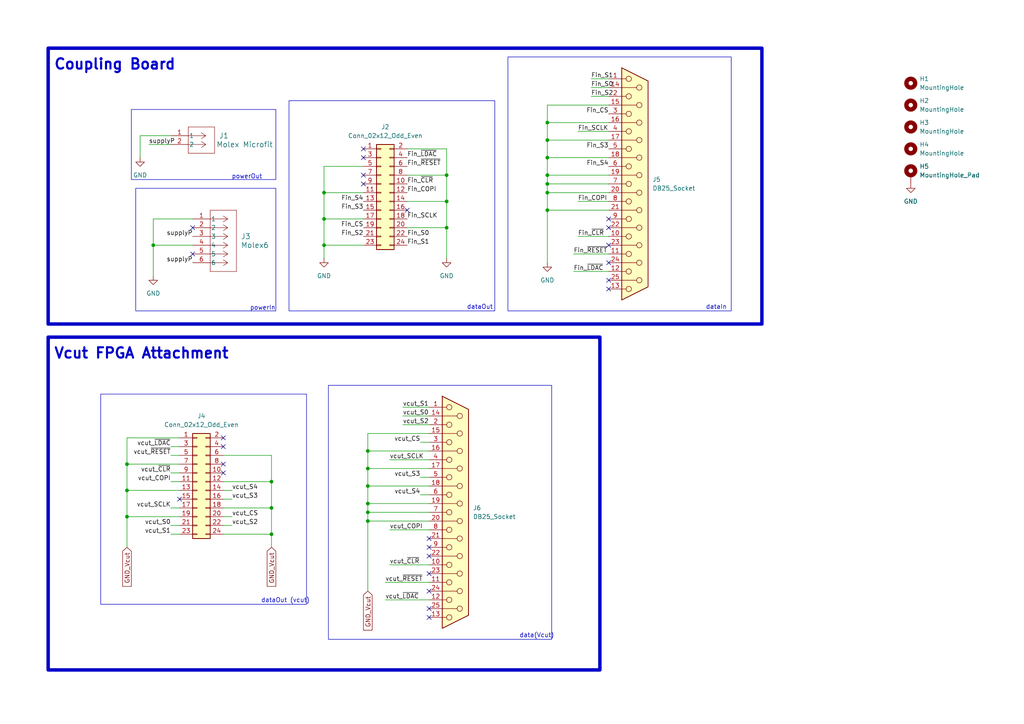
<source format=kicad_sch>
(kicad_sch (version 20250114) (generator "eeschema") (generator_version "9.0")
  (paper "A4")
  (lib_symbols
    (symbol "Connector:DB25_Socket" (pin_names (offset 1.016) (hide yes))
      (property "Reference" "J" (at 0 34.29 0))
      (property "Value" "DB25_Socket" (at 0 -34.925 0))
      (symbol "DB25_Socket_0_1"
        (polyline (pts (xy -3.81 33.655) (xy 3.81 29.845) (xy 3.81 -29.845) (xy -3.81 -33.655) (xy -3.81 33.655)) (stroke (width 0.254)) (fill (type background)))
        (polyline (pts (xy -3.81 30.48) (xy -2.54 30.48)))
        (polyline (pts (xy -3.81 27.94) (xy 0.508 27.94)))
        (polyline (pts (xy -3.81 25.4) (xy -2.54 25.4)))
        (polyline (pts (xy -3.81 22.86) (xy 0.508 22.86)))
        (polyline (pts (xy -3.81 20.32) (xy -2.54 20.32)))
        (polyline (pts (xy -3.81 17.78) (xy 0.508 17.78)))
        (polyline (pts (xy -3.81 15.24) (xy -2.54 15.24)))
        (polyline (pts (xy -3.81 12.7) (xy 0.508 12.7)))
        (polyline (pts (xy -3.81 10.16) (xy -2.54 10.16)))
        (polyline (pts (xy -3.81 7.62) (xy 0.508 7.62)))
        (polyline (pts (xy -3.81 5.08) (xy -2.54 5.08)))
        (polyline (pts (xy -3.81 2.54) (xy 0.508 2.54)))
        (polyline (pts (xy -3.81 0) (xy -2.54 0)))
        (polyline (pts (xy -3.81 -2.54) (xy 0.508 -2.54)))
        (polyline (pts (xy -3.81 -5.08) (xy -2.54 -5.08)))
        (polyline (pts (xy -3.81 -7.62) (xy 0.508 -7.62)))
        (polyline (pts (xy -3.81 -10.16) (xy -2.54 -10.16)))
        (polyline (pts (xy -3.81 -12.7) (xy 0.508 -12.7)))
        (polyline (pts (xy -3.81 -15.24) (xy -2.54 -15.24)))
        (polyline (pts (xy -3.81 -17.78) (xy 0.508 -17.78)))
        (polyline (pts (xy -3.81 -20.32) (xy -2.54 -20.32)))
        (polyline (pts (xy -3.81 -22.86) (xy 0.508 -22.86)))
        (polyline (pts (xy -3.81 -25.4) (xy -2.54 -25.4)))
        (polyline (pts (xy -3.81 -27.94) (xy 0.508 -27.94)))
        (polyline (pts (xy -3.81 -30.48) (xy -2.54 -30.48)))
        (circle (center -1.778 30.48) (radius 0.762))
        (circle (center -1.778 25.4) (radius 0.762))
        (circle (center -1.778 20.32) (radius 0.762))
        (circle (center -1.778 15.24) (radius 0.762))
        (circle (center -1.778 10.16) (radius 0.762))
        (circle (center -1.778 5.08) (radius 0.762))
        (circle (center -1.778 0) (radius 0.762))
        (circle (center -1.778 -5.08) (radius 0.762))
        (circle (center -1.778 -10.16) (radius 0.762))
        (circle (center -1.778 -15.24) (radius 0.762))
        (circle (center -1.778 -20.32) (radius 0.762))
        (circle (center -1.778 -25.4) (radius 0.762))
        (circle (center -1.778 -30.48) (radius 0.762))
        (circle (center 1.27 27.94) (radius 0.762))
        (circle (center 1.27 22.86) (radius 0.762))
        (circle (center 1.27 17.78) (radius 0.762))
        (circle (center 1.27 12.7) (radius 0.762))
        (circle (center 1.27 7.62) (radius 0.762))
        (circle (center 1.27 2.54) (radius 0.762))
        (circle (center 1.27 -2.54) (radius 0.762))
        (circle (center 1.27 -7.62) (radius 0.762))
        (circle (center 1.27 -12.7) (radius 0.762))
        (circle (center 1.27 -17.78) (radius 0.762))
        (circle (center 1.27 -22.86) (radius 0.762))
        (circle (center 1.27 -27.94) (radius 0.762))
      )
      (symbol "DB25_Socket_1_1"
        (pin passive line (at -7.62 30.48 0) (length 3.81) (name "1") (number "1"))
        (pin passive line (at -7.62 27.94 0) (length 3.81) (name "P14") (number "14"))
        (pin passive line (at -7.62 25.4 0) (length 3.81) (name "2") (number "2"))
        (pin passive line (at -7.62 22.86 0) (length 3.81) (name "P15") (number "15"))
        (pin passive line (at -7.62 20.32 0) (length 3.81) (name "3") (number "3"))
        (pin passive line (at -7.62 17.78 0) (length 3.81) (name "P16") (number "16"))
        (pin passive line (at -7.62 15.24 0) (length 3.81) (name "4") (number "4"))
        (pin passive line (at -7.62 12.7 0) (length 3.81) (name "P17") (number "17"))
        (pin passive line (at -7.62 10.16 0) (length 3.81) (name "5") (number "5"))
        (pin passive line (at -7.62 7.62 0) (length 3.81) (name "P18") (number "18"))
        (pin passive line (at -7.62 5.08 0) (length 3.81) (name "6") (number "6"))
        (pin passive line (at -7.62 2.54 0) (length 3.81) (name "P19") (number "19"))
        (pin passive line (at -7.62 0 0) (length 3.81) (name "7") (number "7"))
        (pin passive line (at -7.62 -2.54 0) (length 3.81) (name "P20") (number "20"))
        (pin passive line (at -7.62 -5.08 0) (length 3.81) (name "8") (number "8"))
        (pin passive line (at -7.62 -7.62 0) (length 3.81) (name "P21") (number "21"))
        (pin passive line (at -7.62 -10.16 0) (length 3.81) (name "9") (number "9"))
        (pin passive line (at -7.62 -12.7 0) (length 3.81) (name "P22") (number "22"))
        (pin passive line (at -7.62 -15.24 0) (length 3.81) (name "10") (number "10"))
        (pin passive line (at -7.62 -17.78 0) (length 3.81) (name "P23") (number "23"))
        (pin passive line (at -7.62 -20.32 0) (length 3.81) (name "11") (number "11"))
        (pin passive line (at -7.62 -22.86 0) (length 3.81) (name "P24") (number "24"))
        (pin passive line (at -7.62 -25.4 0) (length 3.81) (name "12") (number "12"))
        (pin passive line (at -7.62 -27.94 0) (length 3.81) (name "P25") (number "25"))
        (pin passive line (at -7.62 -30.48 0) (length 3.81) (name "13") (number "13"))
      )
    )
    (symbol "Connector_Generic:Conn_02x12_Odd_Even" (pin_names (offset 1.016) (hide yes))
      (property "Reference" "J" (at 1.27 15.24 0))
      (property "Value" "Conn_02x12_Odd_Even" (at 1.27 -17.78 0))
      (symbol "Conn_02x12_Odd_Even_1_1"
        (rectangle (start -1.27 13.97) (end 3.81 -16.51) (stroke (width 0.254)) (fill (type background)))
        (rectangle (start -1.27 12.827) (end 0 12.573) (stroke (width 0.1524)))
        (rectangle (start -1.27 10.287) (end 0 10.033) (stroke (width 0.1524)))
        (rectangle (start -1.27 7.747) (end 0 7.493) (stroke (width 0.1524)))
        (rectangle (start -1.27 5.207) (end 0 4.953) (stroke (width 0.1524)))
        (rectangle (start -1.27 2.667) (end 0 2.413) (stroke (width 0.1524)))
        (rectangle (start -1.27 0.127) (end 0 -0.127) (stroke (width 0.1524)))
        (rectangle (start -1.27 -2.413) (end 0 -2.667) (stroke (width 0.1524)))
        (rectangle (start -1.27 -4.953) (end 0 -5.207) (stroke (width 0.1524)))
        (rectangle (start -1.27 -7.493) (end 0 -7.747) (stroke (width 0.1524)))
        (rectangle (start -1.27 -10.033) (end 0 -10.287) (stroke (width 0.1524)))
        (rectangle (start -1.27 -12.573) (end 0 -12.827) (stroke (width 0.1524)))
        (rectangle (start -1.27 -15.113) (end 0 -15.367) (stroke (width 0.1524)))
        (rectangle (start 3.81 12.827) (end 2.54 12.573) (stroke (width 0.1524)))
        (rectangle (start 3.81 10.287) (end 2.54 10.033) (stroke (width 0.1524)))
        (rectangle (start 3.81 7.747) (end 2.54 7.493) (stroke (width 0.1524)))
        (rectangle (start 3.81 5.207) (end 2.54 4.953) (stroke (width 0.1524)))
        (rectangle (start 3.81 2.667) (end 2.54 2.413) (stroke (width 0.1524)))
        (rectangle (start 3.81 0.127) (end 2.54 -0.127) (stroke (width 0.1524)))
        (rectangle (start 3.81 -2.413) (end 2.54 -2.667) (stroke (width 0.1524)))
        (rectangle (start 3.81 -4.953) (end 2.54 -5.207) (stroke (width 0.1524)))
        (rectangle (start 3.81 -7.493) (end 2.54 -7.747) (stroke (width 0.1524)))
        (rectangle (start 3.81 -10.033) (end 2.54 -10.287) (stroke (width 0.1524)))
        (rectangle (start 3.81 -12.573) (end 2.54 -12.827) (stroke (width 0.1524)))
        (rectangle (start 3.81 -15.113) (end 2.54 -15.367) (stroke (width 0.1524)))
        (pin passive line (at -5.08 12.7 0) (length 3.81) (name "Pin_1") (number "1"))
        (pin passive line (at -5.08 10.16 0) (length 3.81) (name "Pin_3") (number "3"))
        (pin passive line (at -5.08 7.62 0) (length 3.81) (name "Pin_5") (number "5"))
        (pin passive line (at -5.08 5.08 0) (length 3.81) (name "Pin_7") (number "7"))
        (pin passive line (at -5.08 2.54 0) (length 3.81) (name "Pin_9") (number "9"))
        (pin passive line (at -5.08 0 0) (length 3.81) (name "Pin_11") (number "11"))
        (pin passive line (at -5.08 -2.54 0) (length 3.81) (name "Pin_13") (number "13"))
        (pin passive line (at -5.08 -5.08 0) (length 3.81) (name "Pin_15") (number "15"))
        (pin passive line (at -5.08 -7.62 0) (length 3.81) (name "Pin_17") (number "17"))
        (pin passive line (at -5.08 -10.16 0) (length 3.81) (name "Pin_19") (number "19"))
        (pin passive line (at -5.08 -12.7 0) (length 3.81) (name "Pin_21") (number "21"))
        (pin passive line (at -5.08 -15.24 0) (length 3.81) (name "Pin_23") (number "23"))
        (pin passive line (at 7.62 12.7 180) (length 3.81) (name "Pin_2") (number "2"))
        (pin passive line (at 7.62 10.16 180) (length 3.81) (name "Pin_4") (number "4"))
        (pin passive line (at 7.62 7.62 180) (length 3.81) (name "Pin_6") (number "6"))
        (pin passive line (at 7.62 5.08 180) (length 3.81) (name "Pin_8") (number "8"))
        (pin passive line (at 7.62 2.54 180) (length 3.81) (name "Pin_10") (number "10"))
        (pin passive line (at 7.62 0 180) (length 3.81) (name "Pin_12") (number "12"))
        (pin passive line (at 7.62 -2.54 180) (length 3.81) (name "Pin_14") (number "14"))
        (pin passive line (at 7.62 -5.08 180) (length 3.81) (name "Pin_16") (number "16"))
        (pin passive line (at 7.62 -7.62 180) (length 3.81) (name "Pin_18") (number "18"))
        (pin passive line (at 7.62 -10.16 180) (length 3.81) (name "Pin_20") (number "20"))
        (pin passive line (at 7.62 -12.7 180) (length 3.81) (name "Pin_22") (number "22"))
        (pin passive line (at 7.62 -15.24 180) (length 3.81) (name "Pin_24") (number "24"))
      )
    )
    (symbol "Mechanical:MountingHole" (pin_names (offset 1.016)) (exclude_from_sim yes) (in_bom no)
      (property "Reference" "H" (at 0 5.08 0))
      (property "Value" "MountingHole" (at 0 3.175 0))
      (symbol "MountingHole_0_1"
        (circle (center 0 0) (radius 1.27) (stroke (width 1.27)))
      )
    )
    (symbol "Mechanical:MountingHole_Pad" (pin_numbers (hide yes)) (pin_names (offset 1.016) (hide yes)) (exclude_from_sim yes) (in_bom no)
      (property "Reference" "H" (at 0 6.35 0))
      (property "Value" "MountingHole_Pad" (at 0 4.445 0))
      (symbol "MountingHole_Pad_0_1"
        (circle (center 0 1.27) (radius 1.27) (stroke (width 1.27)))
      )
      (symbol "MountingHole_Pad_1_1"
        (pin input line (at 0 -2.54 90) (length 2.54) (name "1") (number "1"))
      )
    )
    (symbol "power:GND" (power) (pin_numbers (hide yes)) (pin_names (offset 0) (hide yes))
      (property "Value" "GND" (at 0 -3.81 0))
      (symbol "GND_0_1"
        (polyline (pts (xy 0 0) (xy 0 -1.27) (xy 1.27 -1.27) (xy 0 -2.54) (xy -1.27 -1.27) (xy 0 -1.27)))
      )
      (symbol "GND_1_1"
        (pin power_in line (at 0 0 270) (length 0) (name "~") (number "1"))
      )
    )
    (symbol "ul_39288060:39288060" (pin_names (offset 0.254))
      (property "Reference" "J" (at 8.89 6.35 0))
      (property "Value" "39288060" (at 0 0 0))
      (symbol "39288060_1_1"
        (polyline (pts (xy 5.08 2.54) (xy 5.08 -15.24)) (stroke (width 0.127)))
        (polyline (pts (xy 5.08 -15.24) (xy 12.7 -15.24)) (stroke (width 0.127)))
        (polyline (pts (xy 10.16 0) (xy 5.08 0)) (stroke (width 0.127)))
        (polyline (pts (xy 10.16 0) (xy 8.89 0.8467)) (stroke (width 0.127)))
        (polyline (pts (xy 10.16 0) (xy 8.89 -0.8467)) (stroke (width 0.127)))
        (polyline (pts (xy 10.16 -2.54) (xy 5.08 -2.54)) (stroke (width 0.127)))
        (polyline (pts (xy 10.16 -2.54) (xy 8.89 -1.6933)) (stroke (width 0.127)))
        (polyline (pts (xy 10.16 -2.54) (xy 8.89 -3.3867)) (stroke (width 0.127)))
        (polyline (pts (xy 10.16 -5.08) (xy 5.08 -5.08)) (stroke (width 0.127)))
        (polyline (pts (xy 10.16 -5.08) (xy 8.89 -4.2333)) (stroke (width 0.127)))
        (polyline (pts (xy 10.16 -5.08) (xy 8.89 -5.9267)) (stroke (width 0.127)))
        (polyline (pts (xy 10.16 -7.62) (xy 5.08 -7.62)) (stroke (width 0.127)))
        (polyline (pts (xy 10.16 -7.62) (xy 8.89 -6.7733)) (stroke (width 0.127)))
        (polyline (pts (xy 10.16 -7.62) (xy 8.89 -8.4667)) (stroke (width 0.127)))
        (polyline (pts (xy 10.16 -10.16) (xy 5.08 -10.16)) (stroke (width 0.127)))
        (polyline (pts (xy 10.16 -10.16) (xy 8.89 -9.3133)) (stroke (width 0.127)))
        (polyline (pts (xy 10.16 -10.16) (xy 8.89 -11.0067)) (stroke (width 0.127)))
        (polyline (pts (xy 10.16 -12.7) (xy 5.08 -12.7)) (stroke (width 0.127)))
        (polyline (pts (xy 10.16 -12.7) (xy 8.89 -11.8533)) (stroke (width 0.127)))
        (polyline (pts (xy 10.16 -12.7) (xy 8.89 -13.5467)) (stroke (width 0.127)))
        (polyline (pts (xy 12.7 2.54) (xy 5.08 2.54)) (stroke (width 0.127)))
        (polyline (pts (xy 12.7 -15.24) (xy 12.7 2.54)) (stroke (width 0.127)))
        (pin unspecified line (at 0 0 0) (length 5.08) (name "1") (number "1"))
        (pin unspecified line (at 0 -2.54 0) (length 5.08) (name "2") (number "2"))
        (pin unspecified line (at 0 -5.08 0) (length 5.08) (name "3") (number "3"))
        (pin unspecified line (at 0 -7.62 0) (length 5.08) (name "4") (number "4"))
        (pin unspecified line (at 0 -10.16 0) (length 5.08) (name "5") (number "5"))
        (pin unspecified line (at 0 -12.7 0) (length 5.08) (name "6") (number "6"))
      )
      (symbol "39288060_1_2"
        (polyline (pts (xy 5.08 2.54) (xy 5.08 -15.24)) (stroke (width 0.127)))
        (polyline (pts (xy 5.08 -15.24) (xy 12.7 -15.24)) (stroke (width 0.127)))
        (polyline (pts (xy 7.62 0) (xy 5.08 0)) (stroke (width 0.127)))
        (polyline (pts (xy 7.62 0) (xy 8.89 0.8467)) (stroke (width 0.127)))
        (polyline (pts (xy 7.62 0) (xy 8.89 -0.8467)) (stroke (width 0.127)))
        (polyline (pts (xy 7.62 -2.54) (xy 5.08 -2.54)) (stroke (width 0.127)))
        (polyline (pts (xy 7.62 -2.54) (xy 8.89 -1.6933)) (stroke (width 0.127)))
        (polyline (pts (xy 7.62 -2.54) (xy 8.89 -3.3867)) (stroke (width 0.127)))
        (polyline (pts (xy 7.62 -5.08) (xy 5.08 -5.08)) (stroke (width 0.127)))
        (polyline (pts (xy 7.62 -5.08) (xy 8.89 -4.2333)) (stroke (width 0.127)))
        (polyline (pts (xy 7.62 -5.08) (xy 8.89 -5.9267)) (stroke (width 0.127)))
        (polyline (pts (xy 7.62 -7.62) (xy 5.08 -7.62)) (stroke (width 0.127)))
        (polyline (pts (xy 7.62 -7.62) (xy 8.89 -6.7733)) (stroke (width 0.127)))
        (polyline (pts (xy 7.62 -7.62) (xy 8.89 -8.4667)) (stroke (width 0.127)))
        (polyline (pts (xy 7.62 -10.16) (xy 5.08 -10.16)) (stroke (width 0.127)))
        (polyline (pts (xy 7.62 -10.16) (xy 8.89 -9.3133)) (stroke (width 0.127)))
        (polyline (pts (xy 7.62 -10.16) (xy 8.89 -11.0067)) (stroke (width 0.127)))
        (polyline (pts (xy 7.62 -12.7) (xy 5.08 -12.7)) (stroke (width 0.127)))
        (polyline (pts (xy 7.62 -12.7) (xy 8.89 -11.8533)) (stroke (width 0.127)))
        (polyline (pts (xy 7.62 -12.7) (xy 8.89 -13.5467)) (stroke (width 0.127)))
        (polyline (pts (xy 12.7 2.54) (xy 5.08 2.54)) (stroke (width 0.127)))
        (polyline (pts (xy 12.7 -15.24) (xy 12.7 2.54)) (stroke (width 0.127)))
        (pin unspecified line (at 0 0 0) (length 5.08) (name "1") (number "1"))
        (pin unspecified line (at 0 -2.54 0) (length 5.08) (name "2") (number "2"))
        (pin unspecified line (at 0 -5.08 0) (length 5.08) (name "3") (number "3"))
        (pin unspecified line (at 0 -7.62 0) (length 5.08) (name "4") (number "4"))
        (pin unspecified line (at 0 -10.16 0) (length 5.08) (name "5") (number "5"))
        (pin unspecified line (at 0 -12.7 0) (length 5.08) (name "6") (number "6"))
      )
    )
    (symbol "ul_436500215:436500215" (pin_names (offset 0.254))
      (property "Reference" "J1" (at 13.97 0 0))
      (property "Value" "Molex Microfit" (at 13.208 -2.54 0))
      (symbol "436500215_1_1"
        (polyline (pts (xy 5.08 2.54) (xy 5.08 -5.08)) (stroke (width 0.127)))
        (polyline (pts (xy 5.08 -5.08) (xy 12.7 -5.08)) (stroke (width 0.127)))
        (polyline (pts (xy 10.16 0) (xy 5.08 0)) (stroke (width 0.127)))
        (polyline (pts (xy 10.16 0) (xy 8.89 0.8467)) (stroke (width 0.127)))
        (polyline (pts (xy 10.16 0) (xy 8.89 -0.8467)) (stroke (width 0.127)))
        (polyline (pts (xy 10.16 -2.54) (xy 5.08 -2.54)) (stroke (width 0.127)))
        (polyline (pts (xy 10.16 -2.54) (xy 8.89 -1.6933)) (stroke (width 0.127)))
        (polyline (pts (xy 10.16 -2.54) (xy 8.89 -3.3867)) (stroke (width 0.127)))
        (polyline (pts (xy 12.7 2.54) (xy 5.08 2.54)) (stroke (width 0.127)))
        (polyline (pts (xy 12.7 -5.08) (xy 12.7 2.54)) (stroke (width 0.127)))
        (pin unspecified line (at 0 0 0) (length 5.08) (name "1") (number "1"))
        (pin unspecified line (at 0 -2.54 0) (length 5.08) (name "2") (number "2"))
      )
      (symbol "436500215_1_2"
        (polyline (pts (xy 5.08 2.54) (xy 5.08 -5.08)) (stroke (width 0.127)))
        (polyline (pts (xy 5.08 -5.08) (xy 12.7 -5.08)) (stroke (width 0.127)))
        (polyline (pts (xy 7.62 0) (xy 5.08 0)) (stroke (width 0.127)))
        (polyline (pts (xy 7.62 0) (xy 8.89 0.8467)) (stroke (width 0.127)))
        (polyline (pts (xy 7.62 0) (xy 8.89 -0.8467)) (stroke (width 0.127)))
        (polyline (pts (xy 7.62 -2.54) (xy 5.08 -2.54)) (stroke (width 0.127)))
        (polyline (pts (xy 7.62 -2.54) (xy 8.89 -1.6933)) (stroke (width 0.127)))
        (polyline (pts (xy 7.62 -2.54) (xy 8.89 -3.3867)) (stroke (width 0.127)))
        (polyline (pts (xy 12.7 2.54) (xy 5.08 2.54)) (stroke (width 0.127)))
        (polyline (pts (xy 12.7 -5.08) (xy 12.7 2.54)) (stroke (width 0.127)))
        (pin unspecified line (at 0 0 0) (length 5.08) (name "1") (number "1"))
        (pin unspecified line (at 0 -2.54 0) (length 5.08) (name "2") (number "2"))
      )
    )
  )
  (rectangle (start 38.1 31.75) (end 80.01 52.07))
  (rectangle (start 95.25 111.76) (end 160.02 185.42))
  (rectangle (start 13.97 13.97) (end 220.98 93.98) (stroke (width 1)))
  (rectangle (start 138.43 88.9) (end 138.43 88.9))
  (rectangle (start 147.32 16.51) (end 212.09 90.17))
  (rectangle (start 39.37 54.61) (end 80.01 90.17))
  (rectangle (start 29.21 114.3) (end 88.9 175.26))
  (rectangle (start 13.97 97.79) (end 173.99 194.31) (stroke (width 1)))
  (rectangle (start 83.82 29.21) (end 143.51 90.17))
  (text "dataOut (vcut)" (at 82.804 174.244 0) (effects (font (size 1.27 1.27))))
  (text "Vcut FPGA Attachment" (at 15.494 102.616 0) (effects (font (size 3 3) (thickness 0.6) (bold yes)) (justify left)))
  (text "dataIn" (at 207.772 89.154 0) (effects (font (size 1.27 1.27))))
  (text "dataOut" (at 139.192 89.154 0) (effects (font (size 1.27 1.27))))
  (text "powerIn\n" (at 76.2 89.408 0) (effects (font (size 1.27 1.27))))
  (text "powerOut\n" (at 71.628 51.308 0) (effects (font (size 1.27 1.27))))
  (text "Coupling Board" (at 15.494 18.796 0) (effects (font (size 3 3) (thickness 0.6) (bold yes)) (justify left)))
  (text "data(Vcut)\n" (at 155.702 184.404 0) (effects (font (size 1.27 1.27))))
  (junction (at 36.83 149.86))
  (junction (at 158.75 55.88))
  (junction (at 106.68 148.59))
  (junction (at 106.68 146.05))
  (junction (at 93.98 55.88))
  (junction (at 158.75 40.64))
  (junction (at 158.75 53.34))
  (junction (at 158.75 60.96))
  (junction (at 36.83 134.62))
  (junction (at 93.98 71.12))
  (junction (at 129.54 58.42))
  (junction (at 78.74 139.7))
  (junction (at 78.74 147.32))
  (junction (at 158.75 45.72))
  (junction (at 106.68 140.97))
  (junction (at 36.83 142.24))
  (junction (at 93.98 63.5))
  (junction (at 106.68 151.13))
  (junction (at 158.75 50.8))
  (junction (at 129.54 66.04))
  (junction (at 129.54 50.8))
  (junction (at 106.68 135.89))
  (junction (at 44.45 71.12))
  (junction (at 78.74 154.94))
  (junction (at 106.68 130.81))
  (junction (at 158.75 35.56))
  (no_connect (at 176.53 63.5))
  (no_connect (at 176.53 81.28))
  (no_connect (at 52.07 144.78))
  (no_connect (at 124.46 158.75))
  (no_connect (at 64.77 129.54))
  (no_connect (at 124.46 156.21))
  (no_connect (at 124.46 171.45))
  (no_connect (at 105.41 53.34))
  (no_connect (at 124.46 176.53))
  (no_connect (at 105.41 50.8))
  (no_connect (at 124.46 179.07))
  (no_connect (at 64.77 137.16))
  (no_connect (at 176.53 83.82))
  (no_connect (at 176.53 76.2))
  (no_connect (at 55.88 73.66))
  (no_connect (at 105.41 45.72))
  (no_connect (at 64.77 134.62))
  (no_connect (at 118.11 60.96))
  (no_connect (at 124.46 161.29))
  (no_connect (at 64.77 127))
  (no_connect (at 105.41 43.18))
  (no_connect (at 124.46 166.37))
  (no_connect (at 55.88 66.04))
  (no_connect (at 176.53 71.12))
  (no_connect (at 176.53 66.04))
  (wire (pts (xy 49.53 139.7) (xy 52.07 139.7)))
  (wire (pts (xy 93.98 48.26) (xy 105.41 48.26)))
  (wire (pts (xy 111.76 168.91) (xy 124.46 168.91)))
  (wire (pts (xy 158.75 50.8) (xy 158.75 53.34)))
  (wire (pts (xy 67.31 152.4) (xy 64.77 152.4)))
  (wire (pts (xy 49.53 152.4) (xy 52.07 152.4)))
  (wire (pts (xy 106.68 151.13) (xy 124.46 151.13)))
  (wire (pts (xy 158.75 53.34) (xy 176.53 53.34)))
  (wire (pts (xy 78.74 154.94) (xy 78.74 158.75)))
  (wire (pts (xy 166.37 73.66) (xy 176.53 73.66)))
  (wire (pts (xy 36.83 127) (xy 36.83 134.62)))
  (wire (pts (xy 121.92 128.27) (xy 124.46 128.27)))
  (wire (pts (xy 129.54 50.8) (xy 118.11 50.8)))
  (wire (pts (xy 49.53 132.08) (xy 52.07 132.08)))
  (wire (pts (xy 78.74 132.08) (xy 78.74 139.7)))
  (wire (pts (xy 118.11 43.18) (xy 129.54 43.18)))
  (wire (pts (xy 129.54 43.18) (xy 129.54 50.8)))
  (wire (pts (xy 111.76 173.99) (xy 124.46 173.99)))
  (wire (pts (xy 158.75 35.56) (xy 158.75 40.64)))
  (wire (pts (xy 44.45 71.12) (xy 44.45 80.01)))
  (wire (pts (xy 113.03 133.35) (xy 124.46 133.35)))
  (wire (pts (xy 106.68 130.81) (xy 106.68 135.89)))
  (wire (pts (xy 40.64 39.37) (xy 49.53 39.37)))
  (wire (pts (xy 166.37 78.74) (xy 176.53 78.74)))
  (wire (pts (xy 158.75 30.48) (xy 176.53 30.48)))
  (wire (pts (xy 93.98 63.5) (xy 93.98 71.12)))
  (wire (pts (xy 36.83 134.62) (xy 36.83 142.24)))
  (wire (pts (xy 118.11 58.42) (xy 129.54 58.42)))
  (wire (pts (xy 36.83 142.24) (xy 36.83 149.86)))
  (wire (pts (xy 44.45 63.5) (xy 44.45 71.12)))
  (wire (pts (xy 36.83 134.62) (xy 52.07 134.62)))
  (wire (pts (xy 158.75 45.72) (xy 158.75 50.8)))
  (wire (pts (xy 40.64 39.37) (xy 40.64 45.72)))
  (wire (pts (xy 158.75 50.8) (xy 176.53 50.8)))
  (wire (pts (xy 158.75 60.96) (xy 158.75 76.2)))
  (wire (pts (xy 106.68 140.97) (xy 124.46 140.97)))
  (wire (pts (xy 64.77 147.32) (xy 78.74 147.32)))
  (wire (pts (xy 93.98 63.5) (xy 105.41 63.5)))
  (wire (pts (xy 44.45 63.5) (xy 55.88 63.5)))
  (wire (pts (xy 93.98 48.26) (xy 93.98 55.88)))
  (wire (pts (xy 158.75 45.72) (xy 176.53 45.72)))
  (wire (pts (xy 158.75 35.56) (xy 176.53 35.56)))
  (wire (pts (xy 36.83 149.86) (xy 36.83 158.75)))
  (wire (pts (xy 106.68 125.73) (xy 124.46 125.73)))
  (wire (pts (xy 43.18 41.91) (xy 49.53 41.91)))
  (wire (pts (xy 67.31 142.24) (xy 64.77 142.24)))
  (wire (pts (xy 158.75 55.88) (xy 158.75 60.96)))
  (wire (pts (xy 49.53 137.16) (xy 52.07 137.16)))
  (wire (pts (xy 49.53 154.94) (xy 52.07 154.94)))
  (wire (pts (xy 129.54 50.8) (xy 129.54 58.42)))
  (wire (pts (xy 36.83 142.24) (xy 52.07 142.24)))
  (wire (pts (xy 106.68 130.81) (xy 124.46 130.81)))
  (wire (pts (xy 121.92 143.51) (xy 124.46 143.51)))
  (wire (pts (xy 64.77 139.7) (xy 78.74 139.7)))
  (wire (pts (xy 106.68 148.59) (xy 106.68 151.13)))
  (wire (pts (xy 49.53 129.54) (xy 52.07 129.54)))
  (wire (pts (xy 93.98 71.12) (xy 105.41 71.12)))
  (wire (pts (xy 167.64 68.58) (xy 176.53 68.58)))
  (wire (pts (xy 78.74 139.7) (xy 78.74 147.32)))
  (wire (pts (xy 36.83 127) (xy 52.07 127)))
  (wire (pts (xy 116.84 118.11) (xy 124.46 118.11)))
  (wire (pts (xy 106.68 148.59) (xy 124.46 148.59)))
  (wire (pts (xy 158.75 40.64) (xy 158.75 45.72)))
  (wire (pts (xy 64.77 132.08) (xy 78.74 132.08)))
  (wire (pts (xy 106.68 146.05) (xy 106.68 148.59)))
  (wire (pts (xy 158.75 55.88) (xy 176.53 55.88)))
  (wire (pts (xy 78.74 147.32) (xy 78.74 154.94)))
  (wire (pts (xy 158.75 40.64) (xy 176.53 40.64)))
  (wire (pts (xy 93.98 55.88) (xy 93.98 63.5)))
  (wire (pts (xy 106.68 135.89) (xy 124.46 135.89)))
  (wire (pts (xy 167.64 58.42) (xy 176.53 58.42)))
  (wire (pts (xy 158.75 30.48) (xy 158.75 35.56)))
  (wire (pts (xy 106.68 125.73) (xy 106.68 130.81)))
  (wire (pts (xy 93.98 55.88) (xy 105.41 55.88)))
  (wire (pts (xy 158.75 53.34) (xy 158.75 55.88)))
  (wire (pts (xy 116.84 123.19) (xy 124.46 123.19)))
  (wire (pts (xy 49.53 147.32) (xy 52.07 147.32)))
  (wire (pts (xy 171.45 22.86) (xy 176.53 22.86)))
  (wire (pts (xy 113.03 163.83) (xy 124.46 163.83)))
  (wire (pts (xy 171.45 27.94) (xy 176.53 27.94)))
  (wire (pts (xy 158.75 60.96) (xy 176.53 60.96)))
  (wire (pts (xy 113.03 153.67) (xy 124.46 153.67)))
  (wire (pts (xy 106.68 151.13) (xy 106.68 171.45)))
  (wire (pts (xy 67.31 144.78) (xy 64.77 144.78)))
  (wire (pts (xy 93.98 71.12) (xy 93.98 74.93)))
  (wire (pts (xy 118.11 66.04) (xy 129.54 66.04)))
  (wire (pts (xy 36.83 149.86) (xy 52.07 149.86)))
  (wire (pts (xy 121.92 138.43) (xy 124.46 138.43)))
  (wire (pts (xy 116.84 120.65) (xy 124.46 120.65)))
  (wire (pts (xy 44.45 71.12) (xy 55.88 71.12)))
  (wire (pts (xy 106.68 140.97) (xy 106.68 146.05)))
  (wire (pts (xy 106.68 146.05) (xy 124.46 146.05)))
  (wire (pts (xy 129.54 58.42) (xy 129.54 66.04)))
  (wire (pts (xy 129.54 66.04) (xy 129.54 74.93)))
  (wire (pts (xy 167.64 38.1) (xy 176.53 38.1)))
  (wire (pts (xy 171.45 25.4) (xy 176.53 25.4)))
  (wire (pts (xy 106.68 135.89) (xy 106.68 140.97)))
  (wire (pts (xy 67.31 149.86) (xy 64.77 149.86)))
  (wire (pts (xy 64.77 154.94) (xy 78.74 154.94)))
  (label "Fin_S0" (at 118.11 68.58 0))
  (label "Fin_~{RESET}" (at 166.37 73.66 0))
  (label "vcut_~{LDAC}" (at 49.53 129.54 180))
  (label "Fin_SCLK" (at 167.64 38.1 0))
  (label "vcut_S2" (at 67.31 152.4 0))
  (label "vcut_COPI" (at 113.03 153.67 0))
  (label "vcut_S2" (at 116.84 123.19 0))
  (label "Fin_COPI" (at 167.64 58.42 0))
  (label "Fin_~{LDAC}" (at 118.11 45.72 0))
  (label "Fin_CS" (at 105.41 66.04 180))
  (label "Fin_S3" (at 105.41 60.96 180))
  (label "Fin_~{CLR}" (at 118.11 53.34 0))
  (label "Fin_S2" (at 171.45 27.94 0))
  (label "Fin_COPI" (at 118.11 55.88 0))
  (label "vcut_S0" (at 116.84 120.65 0))
  (label "vcut_~{CLR}" (at 113.03 163.83 0))
  (label "Fin_S1" (at 118.11 71.12 0))
  (label "vcut_S4" (at 121.92 143.51 180))
  (label "vcut_S3" (at 121.92 138.43 180))
  (label "vcut_S1" (at 116.84 118.11 0))
  (label "Fin_S2" (at 105.41 68.58 180))
  (label "supplyP" (at 43.18 41.91 0))
  (label "vcut_CS" (at 121.92 128.27 180))
  (label "Fin_S4" (at 176.53 48.26 180))
  (label "vcut_S0" (at 49.53 152.4 180))
  (label "Fin_S0" (at 171.45 25.4 0))
  (label "Fin_~{CLR}" (at 167.64 68.58 0))
  (label "Fin_S1" (at 171.45 22.86 0))
  (label "vcut_~{CLR}" (at 49.53 137.16 180))
  (label "vcut_S4" (at 67.31 142.24 0))
  (label "vcut_S1" (at 49.53 154.94 180))
  (label "Fin_CS" (at 176.53 33.02 180))
  (label "Fin_S3" (at 176.53 43.18 180))
  (label "Fin_SCLK" (at 118.11 63.5 0))
  (label "Fin_S4" (at 105.41 58.42 180))
  (label "Fin_~{LDAC}" (at 166.37 78.74 0))
  (label "Fin_~{RESET}" (at 118.11 48.26 0))
  (label "supplyP" (at 55.88 68.58 180))
  (label "vcut_S3" (at 67.31 144.78 0))
  (label "vcut_CS" (at 67.31 149.86 0))
  (label "vcut_SCLK" (at 49.53 147.32 180))
  (label "vcut_~{RESET}" (at 49.53 132.08 180))
  (label "vcut_~{RESET}" (at 111.76 168.91 0))
  (label "vcut_~{LDAC}" (at 111.76 173.99 0))
  (label "vcut_COPI" (at 49.53 139.7 180))
  (label "vcut_SCLK" (at 113.03 133.35 0))
  (label "supplyP" (at 55.88 76.2 180))
  (global_label "GND_Vcut" (shape input) (at 36.83 158.75 270) (property "Intersheetrefs" "${INTERSHEET_REFS}" (effects (hide yes))))
  (global_label "GND_Vcut" (shape input) (at 78.74 158.75 270) (property "Intersheetrefs" "${INTERSHEET_REFS}" (effects (hide yes))))
  (global_label "GND_Vcut" (shape input) (at 106.68 171.45 270) (property "Intersheetrefs" "${INTERSHEET_REFS}" (effects (hide yes))))
  (symbol (lib_id "Connector_Generic:Conn_02x12_Odd_Even") (at 57.15 139.7 0) (unit 1)
    (property "Reference" "J4" (at 58.42 120.65 0))
    (property "Value" "Conn_02x12_Odd_Even" (at 58.42 123.19 0))
    (property "Footprint" "Connector_PinHeader_2.54mm:PinHeader_2x12_P2.54mm_Vertical" (effects (hide yes)))
    (property "Description" "Generic connector, double row, 02x12, odd/even pin numbering scheme (row 1 odd numbers, row 2 even numbers), script generated (kicad-library-utils/schlib/autogen/connector/)" (effects (hide yes)))
    (property "JLCPCB Part #" "C132440" (effects (hide yes)))
    (property "JLCPCB Rotation Offset" "-90" (effects (hide yes)))
    (property "JLCPCB Position Offset" "0.5,0" (effects (hide yes)))
  )
  (symbol (lib_id "power:GND") (at 40.64 45.72 0) (unit 1)
    (property "Reference" "#PWR01" (effects (hide yes)))
    (property "Value" "GND" (at 40.64 50.8 0))
    (property "Description" "Power symbol creates a global label with name \"GND\" , ground" (effects (hide yes)))
  )
  (symbol (lib_id "Mechanical:MountingHole") (at 264.16 43.18 0) (unit 1) (in_bom no)
    (property "Reference" "H4" (at 266.7 41.91 0) (effects (justify left)))
    (property "Value" "MountingHole" (at 266.7 44.45 0) (effects (justify left)))
    (property "Footprint" "MountingHole:MountingHole_3.2mm_M3" (effects (hide yes)))
    (property "Description" "Mounting Hole without connection" (effects (hide yes)))
  )
  (symbol (lib_id "Mechanical:MountingHole") (at 264.16 24.13 0) (unit 1) (in_bom no)
    (property "Reference" "H1" (at 266.7 22.86 0) (effects (justify left)))
    (property "Value" "MountingHole" (at 266.7 25.4 0) (effects (justify left)))
    (property "Footprint" "MountingHole:MountingHole_3.2mm_M3" (effects (hide yes)))
    (property "Description" "Mounting Hole without connection" (effects (hide yes)))
  )
  (symbol (lib_id "power:GND") (at 129.54 74.93 0) (unit 1)
    (property "Reference" "#PWR07" (effects (hide yes)))
    (property "Value" "GND" (at 129.54 80.01 0))
    (property "Description" "Power symbol creates a global label with name \"GND\" , ground" (effects (hide yes)))
  )
  (symbol (lib_id "Mechanical:MountingHole_Pad") (at 264.16 50.8 0) (unit 1)
    (property "Reference" "H5" (at 266.7 48.2599 0) (effects (justify left)))
    (property "Value" "MountingHole_Pad" (at 266.7 50.7999 0) (effects (justify left)))
    (property "Footprint" "MountingHole:MountingHole_3.5mm_Pad" (effects (hide yes)))
    (property "Description" "Mounting Hole with connection" (effects (hide yes)))
  )
  (symbol (lib_id "power:GND") (at 158.75 76.2 0) (unit 1)
    (property "Reference" "#PWR06" (effects (hide yes)))
    (property "Value" "GND" (at 158.75 81.28 0))
    (property "Description" "Power symbol creates a global label with name \"GND\" , ground" (effects (hide yes)))
  )
  (symbol (lib_id "Mechanical:MountingHole") (at 264.16 36.83 0) (unit 1) (in_bom no)
    (property "Reference" "H3" (at 266.7 35.56 0) (effects (justify left)))
    (property "Value" "MountingHole" (at 266.7 38.1 0) (effects (justify left)))
    (property "Footprint" "MountingHole:MountingHole_3.2mm_M3" (effects (hide yes)))
    (property "Description" "Mounting Hole without connection" (effects (hide yes)))
  )
  (symbol (lib_id "power:GND") (at 44.45 80.01 0) (unit 1)
    (property "Reference" "#PWR05" (effects (hide yes)))
    (property "Value" "GND" (at 44.45 85.09 0))
    (property "Description" "Power symbol creates a global label with name \"GND\" , ground" (effects (hide yes)))
  )
  (symbol (lib_id "power:GND") (at 264.16 53.34 0) (unit 1)
    (property "Reference" "#PWR02" (effects (hide yes)))
    (property "Value" "GND" (at 264.16 58.42 0))
    (property "Description" "Power symbol creates a global label with name \"GND\" , ground" (effects (hide yes)))
  )
  (symbol (lib_id "ul_436500215:436500215") (at 49.53 39.37 0) (unit 1)
    (property "Reference" "J1" (at 63.5 39.37 0) (effects (font (size 1.524 1.524)) (justify left)))
    (property "Value" "Molex Microfit" (at 62.738 41.91 0) (effects (font (size 1.524 1.524)) (justify left)))
    (property "Footprint" "CONN_SD-43650-006_02_MOL" (effects (hide yes)))
    (property "Datasheet" "436500215" (effects (hide yes)))
  )
  (symbol (lib_id "Connector_Generic:Conn_02x12_Odd_Even") (at 110.49 55.88 0) (unit 1)
    (property "Reference" "J2" (at 111.76 36.83 0))
    (property "Value" "Conn_02x12_Odd_Even" (at 111.76 39.37 0))
    (property "Footprint" "Connector_IDC:IDC-Header_2x12_P2.54mm_Vertical" (effects (hide yes)))
    (property "Description" "Generic connector, double row, 02x12, odd/even pin numbering scheme (row 1 odd numbers, row 2 even numbers), script generated (kicad-library-utils/schlib/autogen/connector/)" (effects (hide yes)))
    (property "JLCPCB Part #" "C132440" (effects (hide yes)))
    (property "JLCPCB Rotation Offset" "-90" (effects (hide yes)))
    (property "JLCPCB Position Offset" "0.5,0" (effects (hide yes)))
  )
  (symbol (lib_id "Connector:DB25_Socket") (at 184.15 53.34 0) (unit 1)
    (property "Reference" "J5" (at 189.23 52.0699 0) (effects (justify left)))
    (property "Value" "DB25_Socket" (at 189.23 54.6099 0) (effects (justify left)))
    (property "Footprint" "DS1034-25FUNSI44:DSUB-TH_DS1034-25FUNSI44" (effects (hide yes)))
    (property "Description" "25-pin D-SUB connector, socket (female)" (effects (hide yes)))
  )
  (symbol (lib_id "Connector:DB25_Socket") (at 132.08 148.59 0) (unit 1)
    (property "Reference" "J6" (at 137.16 147.3199 0) (effects (justify left)))
    (property "Value" "DB25_Socket" (at 137.16 149.8599 0) (effects (justify left)))
    (property "Footprint" "DS1034-25FUNSI44:DSUB-TH_DS1034-25FUNSI44" (effects (hide yes)))
    (property "Description" "25-pin D-SUB connector, socket (female)" (effects (hide yes)))
  )
  (symbol (lib_id "ul_39288060:39288060") (at 55.88 63.5 0) (unit 1)
    (property "Reference" "J3" (at 69.85 68.58 0) (effects (font (size 1.524 1.524)) (justify left)))
    (property "Value" "Molex6" (at 69.85 71.12 0) (effects (font (size 1.524 1.524)) (justify left)))
    (property "Footprint" "CONN_SD-5566-002_06_MOL" (effects (hide yes)))
    (property "Datasheet" "39288060" (effects (hide yes)))
  )
  (symbol (lib_id "power:GND") (at 93.98 74.93 0) (unit 1)
    (property "Reference" "#PWR03" (effects (hide yes)))
    (property "Value" "GND" (at 93.98 80.01 0))
    (property "Description" "Power symbol creates a global label with name \"GND\" , ground" (effects (hide yes)))
  )
  (symbol (lib_id "Mechanical:MountingHole") (at 264.16 30.48 0) (unit 1) (in_bom no)
    (property "Reference" "H2" (at 266.7 29.21 0) (effects (justify left)))
    (property "Value" "MountingHole" (at 266.7 31.75 0) (effects (justify left)))
    (property "Footprint" "MountingHole:MountingHole_3.2mm_M3" (effects (hide yes)))
    (property "Description" "Mounting Hole without connection" (effects (hide yes)))
  )
)
</source>
